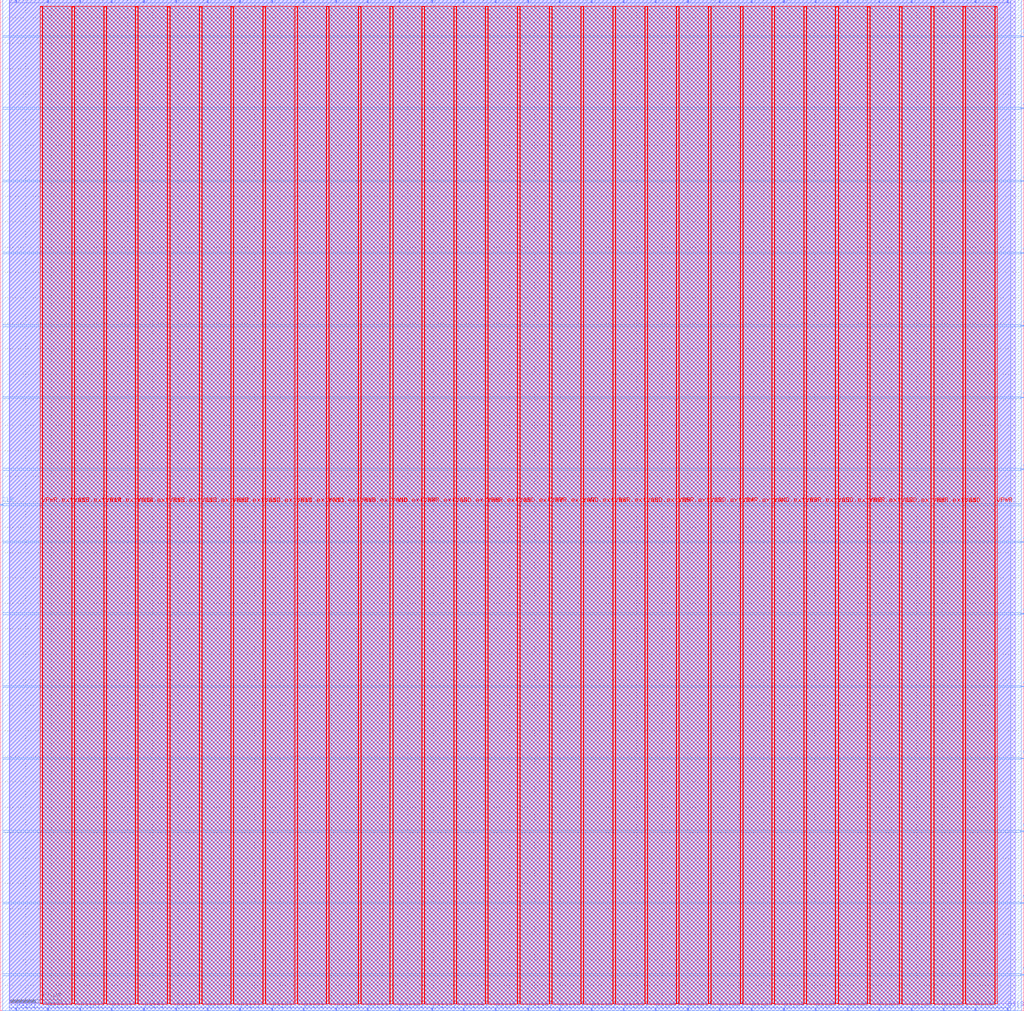
<source format=lef>
VERSION 5.7 ;
  NOWIREEXTENSIONATPIN ON ;
  DIVIDERCHAR "/" ;
  BUSBITCHARS "[]" ;
MACRO RAM512x32
  CLASS BLOCK ;
  FOREIGN RAM512x32 ;
  ORIGIN 0.000 0.000 ;
  SIZE 804.080 BY 794.240 ;
  PIN A[0]
    DIRECTION INPUT ;
    USE SIGNAL ;
    PORT
      LAYER met3 ;
        RECT 802.080 254.360 804.080 254.960 ;
    END
  END A[0]
  PIN A[1]
    DIRECTION INPUT ;
    USE SIGNAL ;
    PORT
      LAYER met3 ;
        RECT 802.080 311.480 804.080 312.080 ;
    END
  END A[1]
  PIN A[2]
    DIRECTION INPUT ;
    USE SIGNAL ;
    PORT
      LAYER met3 ;
        RECT 802.080 367.920 804.080 368.520 ;
    END
  END A[2]
  PIN A[3]
    DIRECTION INPUT ;
    USE SIGNAL ;
    PORT
      LAYER met3 ;
        RECT 802.080 425.040 804.080 425.640 ;
    END
  END A[3]
  PIN A[4]
    DIRECTION INPUT ;
    USE SIGNAL ;
    PORT
      LAYER met3 ;
        RECT 802.080 481.480 804.080 482.080 ;
    END
  END A[4]
  PIN A[5]
    DIRECTION INPUT ;
    USE SIGNAL ;
    PORT
      LAYER met3 ;
        RECT 802.080 537.920 804.080 538.520 ;
    END
  END A[5]
  PIN A[6]
    DIRECTION INPUT ;
    USE SIGNAL ;
    PORT
      LAYER met3 ;
        RECT 802.080 595.040 804.080 595.640 ;
    END
  END A[6]
  PIN A[7]
    DIRECTION INPUT ;
    USE SIGNAL ;
    PORT
      LAYER met3 ;
        RECT 802.080 651.480 804.080 652.080 ;
    END
  END A[7]
  PIN A[8]
    DIRECTION INPUT ;
    USE SIGNAL ;
    PORT
      LAYER met3 ;
        RECT 802.080 708.600 804.080 709.200 ;
    END
  END A[8]
  PIN CLK
    DIRECTION INPUT ;
    USE SIGNAL ;
    PORT
      LAYER met3 ;
        RECT 0.000 397.160 2.000 397.760 ;
    END
  END CLK
  PIN Di[0]
    DIRECTION INPUT ;
    USE SIGNAL ;
    PORT
      LAYER met2 ;
        RECT 12.510 0.000 12.790 2.000 ;
    END
  END Di[0]
  PIN Di[10]
    DIRECTION INPUT ;
    USE SIGNAL ;
    PORT
      LAYER met2 ;
        RECT 263.670 0.000 263.950 2.000 ;
    END
  END Di[10]
  PIN Di[11]
    DIRECTION INPUT ;
    USE SIGNAL ;
    PORT
      LAYER met2 ;
        RECT 288.510 0.000 288.790 2.000 ;
    END
  END Di[11]
  PIN Di[12]
    DIRECTION INPUT ;
    USE SIGNAL ;
    PORT
      LAYER met2 ;
        RECT 313.810 0.000 314.090 2.000 ;
    END
  END Di[12]
  PIN Di[13]
    DIRECTION INPUT ;
    USE SIGNAL ;
    PORT
      LAYER met2 ;
        RECT 339.110 0.000 339.390 2.000 ;
    END
  END Di[13]
  PIN Di[14]
    DIRECTION INPUT ;
    USE SIGNAL ;
    PORT
      LAYER met2 ;
        RECT 363.950 0.000 364.230 2.000 ;
    END
  END Di[14]
  PIN Di[15]
    DIRECTION INPUT ;
    USE SIGNAL ;
    PORT
      LAYER met2 ;
        RECT 389.250 0.000 389.530 2.000 ;
    END
  END Di[15]
  PIN Di[16]
    DIRECTION INPUT ;
    USE SIGNAL ;
    PORT
      LAYER met2 ;
        RECT 414.550 0.000 414.830 2.000 ;
    END
  END Di[16]
  PIN Di[17]
    DIRECTION INPUT ;
    USE SIGNAL ;
    PORT
      LAYER met2 ;
        RECT 439.390 0.000 439.670 2.000 ;
    END
  END Di[17]
  PIN Di[18]
    DIRECTION INPUT ;
    USE SIGNAL ;
    PORT
      LAYER met2 ;
        RECT 464.690 0.000 464.970 2.000 ;
    END
  END Di[18]
  PIN Di[19]
    DIRECTION INPUT ;
    USE SIGNAL ;
    PORT
      LAYER met2 ;
        RECT 489.530 0.000 489.810 2.000 ;
    END
  END Di[19]
  PIN Di[1]
    DIRECTION INPUT ;
    USE SIGNAL ;
    PORT
      LAYER met2 ;
        RECT 37.350 0.000 37.630 2.000 ;
    END
  END Di[1]
  PIN Di[20]
    DIRECTION INPUT ;
    USE SIGNAL ;
    PORT
      LAYER met2 ;
        RECT 514.830 0.000 515.110 2.000 ;
    END
  END Di[20]
  PIN Di[21]
    DIRECTION INPUT ;
    USE SIGNAL ;
    PORT
      LAYER met2 ;
        RECT 540.130 0.000 540.410 2.000 ;
    END
  END Di[21]
  PIN Di[22]
    DIRECTION INPUT ;
    USE SIGNAL ;
    PORT
      LAYER met2 ;
        RECT 564.970 0.000 565.250 2.000 ;
    END
  END Di[22]
  PIN Di[23]
    DIRECTION INPUT ;
    USE SIGNAL ;
    PORT
      LAYER met2 ;
        RECT 590.270 0.000 590.550 2.000 ;
    END
  END Di[23]
  PIN Di[24]
    DIRECTION INPUT ;
    USE SIGNAL ;
    PORT
      LAYER met2 ;
        RECT 615.570 0.000 615.850 2.000 ;
    END
  END Di[24]
  PIN Di[25]
    DIRECTION INPUT ;
    USE SIGNAL ;
    PORT
      LAYER met2 ;
        RECT 640.410 0.000 640.690 2.000 ;
    END
  END Di[25]
  PIN Di[26]
    DIRECTION INPUT ;
    USE SIGNAL ;
    PORT
      LAYER met2 ;
        RECT 665.710 0.000 665.990 2.000 ;
    END
  END Di[26]
  PIN Di[27]
    DIRECTION INPUT ;
    USE SIGNAL ;
    PORT
      LAYER met2 ;
        RECT 690.550 0.000 690.830 2.000 ;
    END
  END Di[27]
  PIN Di[28]
    DIRECTION INPUT ;
    USE SIGNAL ;
    PORT
      LAYER met2 ;
        RECT 715.850 0.000 716.130 2.000 ;
    END
  END Di[28]
  PIN Di[29]
    DIRECTION INPUT ;
    USE SIGNAL ;
    PORT
      LAYER met2 ;
        RECT 741.150 0.000 741.430 2.000 ;
    END
  END Di[29]
  PIN Di[2]
    DIRECTION INPUT ;
    USE SIGNAL ;
    PORT
      LAYER met2 ;
        RECT 62.650 0.000 62.930 2.000 ;
    END
  END Di[2]
  PIN Di[30]
    DIRECTION INPUT ;
    USE SIGNAL ;
    PORT
      LAYER met2 ;
        RECT 765.990 0.000 766.270 2.000 ;
    END
  END Di[30]
  PIN Di[31]
    DIRECTION INPUT ;
    USE SIGNAL ;
    PORT
      LAYER met2 ;
        RECT 791.290 0.000 791.570 2.000 ;
    END
  END Di[31]
  PIN Di[3]
    DIRECTION INPUT ;
    USE SIGNAL ;
    PORT
      LAYER met2 ;
        RECT 87.490 0.000 87.770 2.000 ;
    END
  END Di[3]
  PIN Di[4]
    DIRECTION INPUT ;
    USE SIGNAL ;
    PORT
      LAYER met2 ;
        RECT 112.790 0.000 113.070 2.000 ;
    END
  END Di[4]
  PIN Di[5]
    DIRECTION INPUT ;
    USE SIGNAL ;
    PORT
      LAYER met2 ;
        RECT 138.090 0.000 138.370 2.000 ;
    END
  END Di[5]
  PIN Di[6]
    DIRECTION INPUT ;
    USE SIGNAL ;
    PORT
      LAYER met2 ;
        RECT 162.930 0.000 163.210 2.000 ;
    END
  END Di[6]
  PIN Di[7]
    DIRECTION INPUT ;
    USE SIGNAL ;
    PORT
      LAYER met2 ;
        RECT 188.230 0.000 188.510 2.000 ;
    END
  END Di[7]
  PIN Di[8]
    DIRECTION INPUT ;
    USE SIGNAL ;
    PORT
      LAYER met2 ;
        RECT 213.530 0.000 213.810 2.000 ;
    END
  END Di[8]
  PIN Di[9]
    DIRECTION INPUT ;
    USE SIGNAL ;
    PORT
      LAYER met2 ;
        RECT 238.370 0.000 238.650 2.000 ;
    END
  END Di[9]
  PIN Do[0]
    DIRECTION OUTPUT TRISTATE ;
    USE SIGNAL ;
    PORT
      LAYER met2 ;
        RECT 12.510 792.240 12.790 794.240 ;
    END
  END Do[0]
  PIN Do[10]
    DIRECTION OUTPUT TRISTATE ;
    USE SIGNAL ;
    PORT
      LAYER met2 ;
        RECT 263.670 792.240 263.950 794.240 ;
    END
  END Do[10]
  PIN Do[11]
    DIRECTION OUTPUT TRISTATE ;
    USE SIGNAL ;
    PORT
      LAYER met2 ;
        RECT 288.510 792.240 288.790 794.240 ;
    END
  END Do[11]
  PIN Do[12]
    DIRECTION OUTPUT TRISTATE ;
    USE SIGNAL ;
    PORT
      LAYER met2 ;
        RECT 313.810 792.240 314.090 794.240 ;
    END
  END Do[12]
  PIN Do[13]
    DIRECTION OUTPUT TRISTATE ;
    USE SIGNAL ;
    PORT
      LAYER met2 ;
        RECT 339.110 792.240 339.390 794.240 ;
    END
  END Do[13]
  PIN Do[14]
    DIRECTION OUTPUT TRISTATE ;
    USE SIGNAL ;
    PORT
      LAYER met2 ;
        RECT 363.950 792.240 364.230 794.240 ;
    END
  END Do[14]
  PIN Do[15]
    DIRECTION OUTPUT TRISTATE ;
    USE SIGNAL ;
    PORT
      LAYER met2 ;
        RECT 389.250 792.240 389.530 794.240 ;
    END
  END Do[15]
  PIN Do[16]
    DIRECTION OUTPUT TRISTATE ;
    USE SIGNAL ;
    PORT
      LAYER met2 ;
        RECT 414.550 792.240 414.830 794.240 ;
    END
  END Do[16]
  PIN Do[17]
    DIRECTION OUTPUT TRISTATE ;
    USE SIGNAL ;
    PORT
      LAYER met2 ;
        RECT 439.390 792.240 439.670 794.240 ;
    END
  END Do[17]
  PIN Do[18]
    DIRECTION OUTPUT TRISTATE ;
    USE SIGNAL ;
    PORT
      LAYER met2 ;
        RECT 464.690 792.240 464.970 794.240 ;
    END
  END Do[18]
  PIN Do[19]
    DIRECTION OUTPUT TRISTATE ;
    USE SIGNAL ;
    PORT
      LAYER met2 ;
        RECT 489.530 792.240 489.810 794.240 ;
    END
  END Do[19]
  PIN Do[1]
    DIRECTION OUTPUT TRISTATE ;
    USE SIGNAL ;
    PORT
      LAYER met2 ;
        RECT 37.350 792.240 37.630 794.240 ;
    END
  END Do[1]
  PIN Do[20]
    DIRECTION OUTPUT TRISTATE ;
    USE SIGNAL ;
    PORT
      LAYER met2 ;
        RECT 514.830 792.240 515.110 794.240 ;
    END
  END Do[20]
  PIN Do[21]
    DIRECTION OUTPUT TRISTATE ;
    USE SIGNAL ;
    PORT
      LAYER met2 ;
        RECT 540.130 792.240 540.410 794.240 ;
    END
  END Do[21]
  PIN Do[22]
    DIRECTION OUTPUT TRISTATE ;
    USE SIGNAL ;
    PORT
      LAYER met2 ;
        RECT 564.970 792.240 565.250 794.240 ;
    END
  END Do[22]
  PIN Do[23]
    DIRECTION OUTPUT TRISTATE ;
    USE SIGNAL ;
    PORT
      LAYER met2 ;
        RECT 590.270 792.240 590.550 794.240 ;
    END
  END Do[23]
  PIN Do[24]
    DIRECTION OUTPUT TRISTATE ;
    USE SIGNAL ;
    PORT
      LAYER met2 ;
        RECT 615.570 792.240 615.850 794.240 ;
    END
  END Do[24]
  PIN Do[25]
    DIRECTION OUTPUT TRISTATE ;
    USE SIGNAL ;
    PORT
      LAYER met2 ;
        RECT 640.410 792.240 640.690 794.240 ;
    END
  END Do[25]
  PIN Do[26]
    DIRECTION OUTPUT TRISTATE ;
    USE SIGNAL ;
    PORT
      LAYER met2 ;
        RECT 665.710 792.240 665.990 794.240 ;
    END
  END Do[26]
  PIN Do[27]
    DIRECTION OUTPUT TRISTATE ;
    USE SIGNAL ;
    PORT
      LAYER met2 ;
        RECT 690.550 792.240 690.830 794.240 ;
    END
  END Do[27]
  PIN Do[28]
    DIRECTION OUTPUT TRISTATE ;
    USE SIGNAL ;
    PORT
      LAYER met2 ;
        RECT 715.850 792.240 716.130 794.240 ;
    END
  END Do[28]
  PIN Do[29]
    DIRECTION OUTPUT TRISTATE ;
    USE SIGNAL ;
    PORT
      LAYER met2 ;
        RECT 741.150 792.240 741.430 794.240 ;
    END
  END Do[29]
  PIN Do[2]
    DIRECTION OUTPUT TRISTATE ;
    USE SIGNAL ;
    PORT
      LAYER met2 ;
        RECT 62.650 792.240 62.930 794.240 ;
    END
  END Do[2]
  PIN Do[30]
    DIRECTION OUTPUT TRISTATE ;
    USE SIGNAL ;
    PORT
      LAYER met2 ;
        RECT 765.990 792.240 766.270 794.240 ;
    END
  END Do[30]
  PIN Do[31]
    DIRECTION OUTPUT TRISTATE ;
    USE SIGNAL ;
    PORT
      LAYER met2 ;
        RECT 791.290 792.240 791.570 794.240 ;
    END
  END Do[31]
  PIN Do[3]
    DIRECTION OUTPUT TRISTATE ;
    USE SIGNAL ;
    PORT
      LAYER met2 ;
        RECT 87.490 792.240 87.770 794.240 ;
    END
  END Do[3]
  PIN Do[4]
    DIRECTION OUTPUT TRISTATE ;
    USE SIGNAL ;
    PORT
      LAYER met2 ;
        RECT 112.790 792.240 113.070 794.240 ;
    END
  END Do[4]
  PIN Do[5]
    DIRECTION OUTPUT TRISTATE ;
    USE SIGNAL ;
    PORT
      LAYER met2 ;
        RECT 138.090 792.240 138.370 794.240 ;
    END
  END Do[5]
  PIN Do[6]
    DIRECTION OUTPUT TRISTATE ;
    USE SIGNAL ;
    PORT
      LAYER met2 ;
        RECT 162.930 792.240 163.210 794.240 ;
    END
  END Do[6]
  PIN Do[7]
    DIRECTION OUTPUT TRISTATE ;
    USE SIGNAL ;
    PORT
      LAYER met2 ;
        RECT 188.230 792.240 188.510 794.240 ;
    END
  END Do[7]
  PIN Do[8]
    DIRECTION OUTPUT TRISTATE ;
    USE SIGNAL ;
    PORT
      LAYER met2 ;
        RECT 213.530 792.240 213.810 794.240 ;
    END
  END Do[8]
  PIN Do[9]
    DIRECTION OUTPUT TRISTATE ;
    USE SIGNAL ;
    PORT
      LAYER met2 ;
        RECT 238.370 792.240 238.650 794.240 ;
    END
  END Do[9]
  PIN EN
    DIRECTION INPUT ;
    USE SIGNAL ;
    PORT
      LAYER met3 ;
        RECT 802.080 765.040 804.080 765.640 ;
    END
  END EN
  PIN WE[0]
    DIRECTION INPUT ;
    USE SIGNAL ;
    PORT
      LAYER met3 ;
        RECT 802.080 27.920 804.080 28.520 ;
    END
  END WE[0]
  PIN WE[1]
    DIRECTION INPUT ;
    USE SIGNAL ;
    PORT
      LAYER met3 ;
        RECT 802.080 84.360 804.080 84.960 ;
    END
  END WE[1]
  PIN WE[2]
    DIRECTION INPUT ;
    USE SIGNAL ;
    PORT
      LAYER met3 ;
        RECT 802.080 140.800 804.080 141.400 ;
    END
  END WE[2]
  PIN WE[3]
    DIRECTION INPUT ;
    USE SIGNAL ;
    PORT
      LAYER met3 ;
        RECT 802.080 197.920 804.080 198.520 ;
    END
  END WE[3]
  PIN VPWR
    DIRECTION INOUT ;
    USE POWER ;
    PORT
      LAYER met4 ;
        RECT 781.560 5.355 783.160 788.885 ;
    END
  END VPWR
  PIN VPWR.extra1
    DIRECTION INOUT ;
    USE POWER ;
    PORT
      LAYER met4 ;
        RECT 731.560 5.355 733.160 788.885 ;
    END
  END VPWR.extra1
  PIN VPWR.extra2
    DIRECTION INOUT ;
    USE POWER ;
    PORT
      LAYER met4 ;
        RECT 681.560 5.355 683.160 788.885 ;
    END
  END VPWR.extra2
  PIN VPWR.extra3
    DIRECTION INOUT ;
    USE POWER ;
    PORT
      LAYER met4 ;
        RECT 631.560 5.355 633.160 788.885 ;
    END
  END VPWR.extra3
  PIN VPWR.extra4
    DIRECTION INOUT ;
    USE POWER ;
    PORT
      LAYER met4 ;
        RECT 581.560 5.355 583.160 788.885 ;
    END
  END VPWR.extra4
  PIN VPWR.extra5
    DIRECTION INOUT ;
    USE POWER ;
    PORT
      LAYER met4 ;
        RECT 531.560 5.355 533.160 788.885 ;
    END
  END VPWR.extra5
  PIN VPWR.extra6
    DIRECTION INOUT ;
    USE POWER ;
    PORT
      LAYER met4 ;
        RECT 481.560 5.355 483.160 788.885 ;
    END
  END VPWR.extra6
  PIN VPWR.extra7
    DIRECTION INOUT ;
    USE POWER ;
    PORT
      LAYER met4 ;
        RECT 431.560 5.355 433.160 788.885 ;
    END
  END VPWR.extra7
  PIN VPWR.extra8
    DIRECTION INOUT ;
    USE POWER ;
    PORT
      LAYER met4 ;
        RECT 381.560 5.355 383.160 788.885 ;
    END
  END VPWR.extra8
  PIN VPWR.extra9
    DIRECTION INOUT ;
    USE POWER ;
    PORT
      LAYER met4 ;
        RECT 331.560 5.355 333.160 788.885 ;
    END
  END VPWR.extra9
  PIN VPWR.extra10
    DIRECTION INOUT ;
    USE POWER ;
    PORT
      LAYER met4 ;
        RECT 281.560 5.355 283.160 788.885 ;
    END
  END VPWR.extra10
  PIN VPWR.extra11
    DIRECTION INOUT ;
    USE POWER ;
    PORT
      LAYER met4 ;
        RECT 231.560 5.355 233.160 788.885 ;
    END
  END VPWR.extra11
  PIN VPWR.extra12
    DIRECTION INOUT ;
    USE POWER ;
    PORT
      LAYER met4 ;
        RECT 181.560 5.355 183.160 788.885 ;
    END
  END VPWR.extra12
  PIN VPWR.extra13
    DIRECTION INOUT ;
    USE POWER ;
    PORT
      LAYER met4 ;
        RECT 131.560 5.355 133.160 788.885 ;
    END
  END VPWR.extra13
  PIN VPWR.extra14
    DIRECTION INOUT ;
    USE POWER ;
    PORT
      LAYER met4 ;
        RECT 81.560 5.355 83.160 788.885 ;
    END
  END VPWR.extra14
  PIN VPWR.extra15
    DIRECTION INOUT ;
    USE POWER ;
    PORT
      LAYER met4 ;
        RECT 31.560 5.355 33.160 788.885 ;
    END
  END VPWR.extra15
  PIN VGND
    DIRECTION INOUT ;
    USE GROUND ;
    PORT
      LAYER met4 ;
        RECT 756.560 5.355 758.160 788.885 ;
    END
  END VGND
  PIN VGND.extra1
    DIRECTION INOUT ;
    USE GROUND ;
    PORT
      LAYER met4 ;
        RECT 706.560 5.355 708.160 788.885 ;
    END
  END VGND.extra1
  PIN VGND.extra2
    DIRECTION INOUT ;
    USE GROUND ;
    PORT
      LAYER met4 ;
        RECT 656.560 5.355 658.160 788.885 ;
    END
  END VGND.extra2
  PIN VGND.extra3
    DIRECTION INOUT ;
    USE GROUND ;
    PORT
      LAYER met4 ;
        RECT 606.560 5.355 608.160 788.885 ;
    END
  END VGND.extra3
  PIN VGND.extra4
    DIRECTION INOUT ;
    USE GROUND ;
    PORT
      LAYER met4 ;
        RECT 556.560 5.355 558.160 788.885 ;
    END
  END VGND.extra4
  PIN VGND.extra5
    DIRECTION INOUT ;
    USE GROUND ;
    PORT
      LAYER met4 ;
        RECT 506.560 5.355 508.160 788.885 ;
    END
  END VGND.extra5
  PIN VGND.extra6
    DIRECTION INOUT ;
    USE GROUND ;
    PORT
      LAYER met4 ;
        RECT 456.560 5.355 458.160 788.885 ;
    END
  END VGND.extra6
  PIN VGND.extra7
    DIRECTION INOUT ;
    USE GROUND ;
    PORT
      LAYER met4 ;
        RECT 406.560 5.355 408.160 788.885 ;
    END
  END VGND.extra7
  PIN VGND.extra8
    DIRECTION INOUT ;
    USE GROUND ;
    PORT
      LAYER met4 ;
        RECT 356.560 5.355 358.160 788.885 ;
    END
  END VGND.extra8
  PIN VGND.extra9
    DIRECTION INOUT ;
    USE GROUND ;
    PORT
      LAYER met4 ;
        RECT 306.560 5.355 308.160 788.885 ;
    END
  END VGND.extra9
  PIN VGND.extra10
    DIRECTION INOUT ;
    USE GROUND ;
    PORT
      LAYER met4 ;
        RECT 256.560 5.355 258.160 788.885 ;
    END
  END VGND.extra10
  PIN VGND.extra11
    DIRECTION INOUT ;
    USE GROUND ;
    PORT
      LAYER met4 ;
        RECT 206.560 5.355 208.160 788.885 ;
    END
  END VGND.extra11
  PIN VGND.extra12
    DIRECTION INOUT ;
    USE GROUND ;
    PORT
      LAYER met4 ;
        RECT 156.560 5.355 158.160 788.885 ;
    END
  END VGND.extra12
  PIN VGND.extra13
    DIRECTION INOUT ;
    USE GROUND ;
    PORT
      LAYER met4 ;
        RECT 106.560 5.355 108.160 788.885 ;
    END
  END VGND.extra13
  PIN VGND.extra14
    DIRECTION INOUT ;
    USE GROUND ;
    PORT
      LAYER met4 ;
        RECT 56.560 5.355 58.160 788.885 ;
    END
  END VGND.extra14
  OBS
      LAYER li1 ;
        RECT 7.360 5.355 797.495 794.155 ;
      LAYER met1 ;
        RECT 6.970 0.040 797.555 794.200 ;
      LAYER met2 ;
        RECT 7.000 791.960 12.230 794.230 ;
        RECT 13.070 791.960 37.070 794.230 ;
        RECT 37.910 791.960 62.370 794.230 ;
        RECT 63.210 791.960 87.210 794.230 ;
        RECT 88.050 791.960 112.510 794.230 ;
        RECT 113.350 791.960 137.810 794.230 ;
        RECT 138.650 791.960 162.650 794.230 ;
        RECT 163.490 791.960 187.950 794.230 ;
        RECT 188.790 791.960 213.250 794.230 ;
        RECT 214.090 791.960 238.090 794.230 ;
        RECT 238.930 791.960 263.390 794.230 ;
        RECT 264.230 791.960 288.230 794.230 ;
        RECT 289.070 791.960 313.530 794.230 ;
        RECT 314.370 791.960 338.830 794.230 ;
        RECT 339.670 791.960 363.670 794.230 ;
        RECT 364.510 791.960 388.970 794.230 ;
        RECT 389.810 791.960 414.270 794.230 ;
        RECT 415.110 791.960 439.110 794.230 ;
        RECT 439.950 791.960 464.410 794.230 ;
        RECT 465.250 791.960 489.250 794.230 ;
        RECT 490.090 791.960 514.550 794.230 ;
        RECT 515.390 791.960 539.850 794.230 ;
        RECT 540.690 791.960 564.690 794.230 ;
        RECT 565.530 791.960 589.990 794.230 ;
        RECT 590.830 791.960 615.290 794.230 ;
        RECT 616.130 791.960 640.130 794.230 ;
        RECT 640.970 791.960 665.430 794.230 ;
        RECT 666.270 791.960 690.270 794.230 ;
        RECT 691.110 791.960 715.570 794.230 ;
        RECT 716.410 791.960 740.870 794.230 ;
        RECT 741.710 791.960 765.710 794.230 ;
        RECT 766.550 791.960 791.010 794.230 ;
        RECT 791.850 791.960 793.860 794.230 ;
        RECT 7.000 2.280 793.860 791.960 ;
        RECT 7.000 0.010 12.230 2.280 ;
        RECT 13.070 0.010 37.070 2.280 ;
        RECT 37.910 0.010 62.370 2.280 ;
        RECT 63.210 0.010 87.210 2.280 ;
        RECT 88.050 0.010 112.510 2.280 ;
        RECT 113.350 0.010 137.810 2.280 ;
        RECT 138.650 0.010 162.650 2.280 ;
        RECT 163.490 0.010 187.950 2.280 ;
        RECT 188.790 0.010 213.250 2.280 ;
        RECT 214.090 0.010 238.090 2.280 ;
        RECT 238.930 0.010 263.390 2.280 ;
        RECT 264.230 0.010 288.230 2.280 ;
        RECT 289.070 0.010 313.530 2.280 ;
        RECT 314.370 0.010 338.830 2.280 ;
        RECT 339.670 0.010 363.670 2.280 ;
        RECT 364.510 0.010 388.970 2.280 ;
        RECT 389.810 0.010 414.270 2.280 ;
        RECT 415.110 0.010 439.110 2.280 ;
        RECT 439.950 0.010 464.410 2.280 ;
        RECT 465.250 0.010 489.250 2.280 ;
        RECT 490.090 0.010 514.550 2.280 ;
        RECT 515.390 0.010 539.850 2.280 ;
        RECT 540.690 0.010 564.690 2.280 ;
        RECT 565.530 0.010 589.990 2.280 ;
        RECT 590.830 0.010 615.290 2.280 ;
        RECT 616.130 0.010 640.130 2.280 ;
        RECT 640.970 0.010 665.430 2.280 ;
        RECT 666.270 0.010 690.270 2.280 ;
        RECT 691.110 0.010 715.570 2.280 ;
        RECT 716.410 0.010 740.870 2.280 ;
        RECT 741.710 0.010 765.710 2.280 ;
        RECT 766.550 0.010 791.010 2.280 ;
        RECT 791.850 0.010 793.860 2.280 ;
      LAYER met3 ;
        RECT 2.000 766.040 802.080 794.065 ;
        RECT 2.000 764.640 801.680 766.040 ;
        RECT 2.000 709.600 802.080 764.640 ;
        RECT 2.000 708.200 801.680 709.600 ;
        RECT 2.000 652.480 802.080 708.200 ;
        RECT 2.000 651.080 801.680 652.480 ;
        RECT 2.000 596.040 802.080 651.080 ;
        RECT 2.000 594.640 801.680 596.040 ;
        RECT 2.000 538.920 802.080 594.640 ;
        RECT 2.000 537.520 801.680 538.920 ;
        RECT 2.000 482.480 802.080 537.520 ;
        RECT 2.000 481.080 801.680 482.480 ;
        RECT 2.000 426.040 802.080 481.080 ;
        RECT 2.000 424.640 801.680 426.040 ;
        RECT 2.000 398.160 802.080 424.640 ;
        RECT 2.400 396.760 802.080 398.160 ;
        RECT 2.000 368.920 802.080 396.760 ;
        RECT 2.000 367.520 801.680 368.920 ;
        RECT 2.000 312.480 802.080 367.520 ;
        RECT 2.000 311.080 801.680 312.480 ;
        RECT 2.000 255.360 802.080 311.080 ;
        RECT 2.000 253.960 801.680 255.360 ;
        RECT 2.000 198.920 802.080 253.960 ;
        RECT 2.000 197.520 801.680 198.920 ;
        RECT 2.000 141.800 802.080 197.520 ;
        RECT 2.000 140.400 801.680 141.800 ;
        RECT 2.000 85.360 802.080 140.400 ;
        RECT 2.000 83.960 801.680 85.360 ;
        RECT 2.000 28.920 802.080 83.960 ;
        RECT 2.000 27.520 801.680 28.920 ;
        RECT 2.000 0.175 802.080 27.520 ;
      LAYER met4 ;
        RECT 31.560 789.285 783.160 789.305 ;
        RECT 33.560 5.275 56.160 789.285 ;
        RECT 58.560 5.275 81.160 789.285 ;
        RECT 83.560 5.275 106.160 789.285 ;
        RECT 108.560 5.275 131.160 789.285 ;
        RECT 133.560 5.275 156.160 789.285 ;
        RECT 158.560 5.275 181.160 789.285 ;
        RECT 183.560 5.275 206.160 789.285 ;
        RECT 208.560 5.275 231.160 789.285 ;
        RECT 233.560 5.275 256.160 789.285 ;
        RECT 258.560 5.275 281.160 789.285 ;
        RECT 283.560 5.275 306.160 789.285 ;
        RECT 308.560 5.275 331.160 789.285 ;
        RECT 333.560 5.275 356.160 789.285 ;
        RECT 358.560 5.275 381.160 789.285 ;
        RECT 383.560 5.275 406.160 789.285 ;
        RECT 408.560 5.275 431.160 789.285 ;
        RECT 433.560 5.275 456.160 789.285 ;
        RECT 458.560 5.275 481.160 789.285 ;
        RECT 483.560 5.275 506.160 789.285 ;
        RECT 508.560 5.275 531.160 789.285 ;
        RECT 533.560 5.275 556.160 789.285 ;
        RECT 558.560 5.275 581.160 789.285 ;
        RECT 583.560 5.275 606.160 789.285 ;
        RECT 608.560 5.275 631.160 789.285 ;
        RECT 633.560 5.275 656.160 789.285 ;
        RECT 658.560 5.275 681.160 789.285 ;
        RECT 683.560 5.275 706.160 789.285 ;
        RECT 708.560 5.275 731.160 789.285 ;
        RECT 733.560 5.275 756.160 789.285 ;
        RECT 758.560 5.275 781.160 789.285 ;
  END
END RAM512x32
END LIBRARY


</source>
